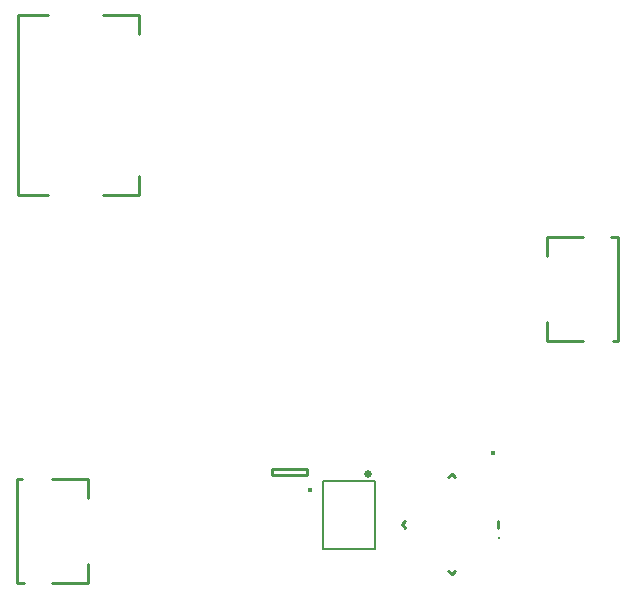
<source format=gbo>
G04 DipTrace 3.1.0.1*
G04 BottomSilk.gbr*
%MOIN*%
G04 #@! TF.FileFunction,Legend,Bot*
G04 #@! TF.Part,Single*
%ADD10C,0.009843*%
%ADD44C,0.015404*%
%ADD51C,0.005*%
%ADD52C,0.025008*%
%ADD56C,0.011773*%
%ADD57O,0.015463X0.015353*%
%FSLAX26Y26*%
G04*
G70*
G90*
G75*
G01*
G04 BotSilk*
%LPD*%
X434498Y1826396D2*
D10*
X534488D1*
X434498D2*
Y2426402D1*
X534488D1*
X718490D2*
X836472D1*
X718490Y1826396D2*
X836472D1*
X837233D2*
Y1889397D1*
Y2363401D2*
Y2426402D1*
D44*
X1408101Y842069D3*
X1398900Y892211D2*
D10*
X1280795D1*
Y911897D1*
X1398900D1*
Y892211D1*
X2410999Y1687034D2*
X2436002D1*
Y1339029D1*
X2417004D1*
X2316989D2*
X2199010D1*
X2316989Y1687034D2*
X2199010D1*
X2198253D2*
Y1624045D1*
Y1402018D2*
Y1339029D1*
X455484Y532705D2*
X430480D1*
Y880710D1*
X449479D1*
X549493D2*
X667472D1*
X549493Y532705D2*
X667472D1*
X668229D2*
Y595694D1*
Y817721D2*
Y880710D1*
X1450530Y872518D2*
D51*
X1625530D1*
Y647530D1*
X1450530D1*
Y872518D1*
D52*
X1600531Y897535D3*
D56*
X2039550Y682562D3*
X1891994Y885239D2*
D10*
X1880851Y896363D1*
X1869709Y885205D1*
X1724922Y718206D2*
X1713813Y729331D1*
X1724955Y740455D2*
X1713813Y729331D1*
X1880851Y562299D2*
X1869709Y573423D1*
X1891961Y573456D2*
X1880851Y562299D1*
X2036748Y718206D2*
Y740455D1*
D57*
X2017683Y966422D3*
M02*

</source>
